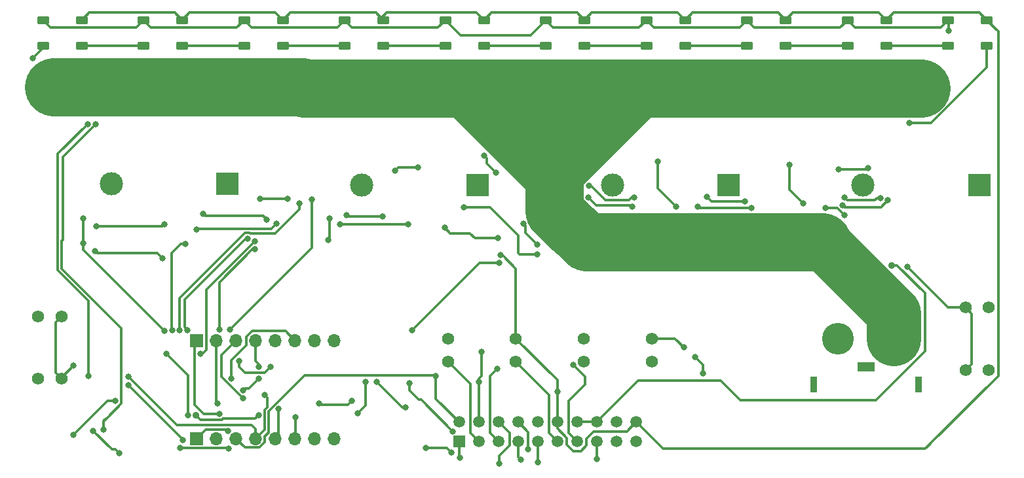
<source format=gbr>
%TF.GenerationSoftware,KiCad,Pcbnew,8.0.3*%
%TF.CreationDate,2025-06-04T12:00:17-07:00*%
%TF.ProjectId,Power_Distribution,506f7765-725f-4446-9973-747269627574,rev?*%
%TF.SameCoordinates,Original*%
%TF.FileFunction,Copper,L2,Bot*%
%TF.FilePolarity,Positive*%
%FSLAX46Y46*%
G04 Gerber Fmt 4.6, Leading zero omitted, Abs format (unit mm)*
G04 Created by KiCad (PCBNEW 8.0.3) date 2025-06-04 12:00:17*
%MOMM*%
%LPD*%
G01*
G04 APERTURE LIST*
G04 Aperture macros list*
%AMRoundRect*
0 Rectangle with rounded corners*
0 $1 Rounding radius*
0 $2 $3 $4 $5 $6 $7 $8 $9 X,Y pos of 4 corners*
0 Add a 4 corners polygon primitive as box body*
4,1,4,$2,$3,$4,$5,$6,$7,$8,$9,$2,$3,0*
0 Add four circle primitives for the rounded corners*
1,1,$1+$1,$2,$3*
1,1,$1+$1,$4,$5*
1,1,$1+$1,$6,$7*
1,1,$1+$1,$8,$9*
0 Add four rect primitives between the rounded corners*
20,1,$1+$1,$2,$3,$4,$5,0*
20,1,$1+$1,$4,$5,$6,$7,0*
20,1,$1+$1,$6,$7,$8,$9,0*
20,1,$1+$1,$8,$9,$2,$3,0*%
G04 Aperture macros list end*
%TA.AperFunction,ComponentPad*%
%ADD10R,0.900000X2.000000*%
%TD*%
%TA.AperFunction,ComponentPad*%
%ADD11RoundRect,1.025000X1.025000X1.025000X-1.025000X1.025000X-1.025000X-1.025000X1.025000X-1.025000X0*%
%TD*%
%TA.AperFunction,ComponentPad*%
%ADD12C,4.100000*%
%TD*%
%TA.AperFunction,ComponentPad*%
%ADD13R,2.300000X1.300000*%
%TD*%
%TA.AperFunction,ComponentPad*%
%ADD14R,3.000000X3.000000*%
%TD*%
%TA.AperFunction,ComponentPad*%
%ADD15C,3.000000*%
%TD*%
%TA.AperFunction,ComponentPad*%
%ADD16R,1.508000X1.508000*%
%TD*%
%TA.AperFunction,ComponentPad*%
%ADD17C,1.508000*%
%TD*%
%TA.AperFunction,ComponentPad*%
%ADD18C,1.574800*%
%TD*%
%TA.AperFunction,ComponentPad*%
%ADD19R,1.700000X1.700000*%
%TD*%
%TA.AperFunction,ComponentPad*%
%ADD20O,1.700000X1.700000*%
%TD*%
%TA.AperFunction,SMDPad,CuDef*%
%ADD21RoundRect,0.250000X0.550000X0.250000X-0.550000X0.250000X-0.550000X-0.250000X0.550000X-0.250000X0*%
%TD*%
%TA.AperFunction,ViaPad*%
%ADD22C,0.800000*%
%TD*%
%TA.AperFunction,ViaPad*%
%ADD23C,0.900000*%
%TD*%
%TA.AperFunction,Conductor*%
%ADD24C,0.304800*%
%TD*%
%TA.AperFunction,Conductor*%
%ADD25C,7.500000*%
%TD*%
%TA.AperFunction,Conductor*%
%ADD26C,7.000000*%
%TD*%
G04 APERTURE END LIST*
D10*
%TO.P,J4,*%
%TO.N,*%
X198520000Y-101380000D03*
X185020000Y-101380000D03*
D11*
%TO.P,J4,1,Pin_1*%
%TO.N,-BATT*%
X195370000Y-95380000D03*
D12*
%TO.P,J4,2,Pin_2*%
%TO.N,+BATT*%
X188170000Y-95380000D03*
D13*
%TO.P,J4,3*%
%TO.N,N/C*%
X191770000Y-99030000D03*
%TD*%
D14*
%TO.P,J6,1,1*%
%TO.N,PWR1*%
X206396000Y-75492000D03*
D15*
%TO.P,J6,2,2*%
%TO.N,-BATT*%
X198896000Y-62992000D03*
%TO.P,J6,3,3*%
%TO.N,PWR2*%
X191396000Y-75492000D03*
%TO.P,J6,4,4*%
%TO.N,-BATT*%
X183896000Y-62992000D03*
%TD*%
D16*
%TO.P,J18,1,1*%
%TO.N,PWM0*%
X139190000Y-108750000D03*
D17*
%TO.P,J18,2,2*%
%TO.N,SCL*%
X139190000Y-106210000D03*
%TO.P,J18,3,3*%
%TO.N,PWM1*%
X141730000Y-108750000D03*
%TO.P,J18,4,4*%
%TO.N,SDA*%
X141730000Y-106210000D03*
%TO.P,J18,5,5*%
%TO.N,PWM2*%
X144270000Y-108750000D03*
%TO.P,J18,6,6*%
%TO.N,toNEO_CTRL_MOOD*%
X144270000Y-106210000D03*
%TO.P,J18,7,7*%
%TO.N,PWM3*%
X146810000Y-108750000D03*
%TO.P,J18,8,8*%
%TO.N,outNEO_CTRL_MOOD*%
X146810000Y-106210000D03*
%TO.P,J18,9,9*%
%TO.N,PWM4*%
X149350000Y-108750000D03*
%TO.P,J18,10,10*%
%TO.N,unconnected-(J18-Pad10)*%
X149350000Y-106210000D03*
%TO.P,J18,11,11*%
%TO.N,PWM5*%
X151890000Y-108750000D03*
%TO.P,J18,12,12*%
%TO.N,GND*%
X151890000Y-106210000D03*
%TO.P,J18,13,13*%
%TO.N,PWM6*%
X154430000Y-108750000D03*
%TO.P,J18,14,14*%
%TO.N,5V*%
X154430000Y-106210000D03*
%TO.P,J18,15,15*%
%TO.N,PWM7*%
X156970000Y-108750000D03*
%TO.P,J18,16,16*%
%TO.N,5V*%
X156970000Y-106210000D03*
%TO.P,J18,17,17*%
%TO.N,unconnected-(J18-Pad17)*%
X159510000Y-108750000D03*
%TO.P,J18,18,18*%
%TO.N,+3.3V*%
X159510000Y-106210000D03*
%TO.P,J18,19,19*%
%TO.N,unconnected-(J18-Pad19)*%
X162050000Y-108750000D03*
%TO.P,J18,20,20*%
%TO.N,GND*%
X162050000Y-106210000D03*
%TD*%
D18*
%TO.P,J15,1,1*%
%TO.N,PWM6*%
X164060000Y-98389999D03*
%TO.P,J15,2,2*%
%TO.N,GND*%
X164060000Y-95390000D03*
%TD*%
%TO.P,J10,1,1*%
%TO.N,PWM0*%
X84800000Y-92550000D03*
%TO.P,J10,2,2*%
%TO.N,GND*%
X87799999Y-92550000D03*
%TD*%
D14*
%TO.P,J2,1,1*%
%TO.N,PWR5*%
X141612000Y-75492000D03*
D15*
%TO.P,J2,2,2*%
%TO.N,-BATT*%
X134112000Y-62992000D03*
%TO.P,J2,3,3*%
%TO.N,PWR6*%
X126612000Y-75492000D03*
%TO.P,J2,4,4*%
%TO.N,-BATT*%
X119112000Y-62992000D03*
%TD*%
D18*
%TO.P,J17,1,1*%
%TO.N,PWM7*%
X207619999Y-91380000D03*
%TO.P,J17,2,2*%
%TO.N,GND*%
X204620000Y-91380000D03*
%TD*%
%TO.P,J16,1,1*%
%TO.N,PWM3*%
X207619999Y-99510000D03*
%TO.P,J16,2,2*%
%TO.N,GND*%
X204620000Y-99510000D03*
%TD*%
D19*
%TO.P,J9,1,Pin_1*%
%TO.N,VIout8Div*%
X105290000Y-95632000D03*
D20*
%TO.P,J9,2,Pin_2*%
%TO.N,VIout7Div*%
X107830000Y-95632000D03*
%TO.P,J9,3,Pin_3*%
%TO.N,VIout6Div*%
X110370000Y-95632000D03*
%TO.P,J9,4,Pin_4*%
%TO.N,VIout5Div*%
X112910000Y-95632000D03*
%TO.P,J9,5,Pin_5*%
%TO.N,VIout4Div*%
X115450000Y-95632000D03*
%TO.P,J9,6,Pin_6*%
%TO.N,VIout3Div*%
X117990000Y-95632000D03*
%TO.P,J9,7,Pin_7*%
%TO.N,VIout2Div*%
X120530000Y-95632000D03*
%TO.P,J9,8,Pin_8*%
%TO.N,VIout1Div*%
X123070000Y-95632000D03*
%TD*%
D18*
%TO.P,J14,1,1*%
%TO.N,PWM2*%
X155284400Y-98399999D03*
%TO.P,J14,2,2*%
%TO.N,GND*%
X155284400Y-95400000D03*
%TD*%
D14*
%TO.P,J1,1,1*%
%TO.N,PWR3*%
X173985600Y-75492000D03*
D15*
%TO.P,J1,2,2*%
%TO.N,-BATT*%
X166485600Y-62992000D03*
%TO.P,J1,3,3*%
%TO.N,PWR4*%
X158985600Y-75492000D03*
%TO.P,J1,4,4*%
%TO.N,-BATT*%
X151485600Y-62992000D03*
%TD*%
D18*
%TO.P,J11,1,1*%
%TO.N,PWM4*%
X84800000Y-100590000D03*
%TO.P,J11,2,2*%
%TO.N,GND*%
X87799999Y-100590000D03*
%TD*%
%TO.P,J13,1,1*%
%TO.N,PWM5*%
X146508800Y-98399999D03*
%TO.P,J13,2,2*%
%TO.N,GND*%
X146508800Y-95400000D03*
%TD*%
%TO.P,J12,1,1*%
%TO.N,PWM1*%
X137733200Y-98399999D03*
%TO.P,J12,2,2*%
%TO.N,GND*%
X137733200Y-95400000D03*
%TD*%
D14*
%TO.P,J7,1,1*%
%TO.N,PWR7*%
X109252400Y-75339600D03*
D15*
%TO.P,J7,2,2*%
%TO.N,-BATT*%
X101752400Y-62839600D03*
%TO.P,J7,3,3*%
%TO.N,PWR8*%
X94252400Y-75339600D03*
%TO.P,J7,4,4*%
%TO.N,-BATT*%
X86752400Y-62839600D03*
%TD*%
D19*
%TO.P,J3,1,Pin_1*%
%TO.N,Net-(J3-Pin_1)*%
X105290000Y-108332000D03*
D20*
%TO.P,J3,2,Pin_2*%
%TO.N,GND*%
X107830000Y-108332000D03*
%TO.P,J3,3,Pin_3*%
%TO.N,SCL*%
X110370000Y-108332000D03*
%TO.P,J3,4,Pin_4*%
%TO.N,SDA*%
X112910000Y-108332000D03*
%TO.P,J3,5,Pin_5*%
%TO.N,REF*%
X115450000Y-108332000D03*
%TO.P,J3,6,Pin_6*%
%TO.N,COM*%
X117990000Y-108332000D03*
%TO.P,J3,7,Pin_7*%
%TO.N,AD0*%
X120530000Y-108332000D03*
%TO.P,J3,8,Pin_8*%
%TO.N,AD1*%
X123070000Y-108332000D03*
%TD*%
D21*
%TO.P,LED8,1,VSS*%
%TO.N,GND*%
X142391112Y-54150000D03*
%TO.P,LED8,2,DIN*%
%TO.N,Net-(LED7-DOUT)*%
X142391112Y-57450000D03*
%TO.P,LED8,3,VDD*%
%TO.N,5V*%
X137391112Y-54150000D03*
%TO.P,LED8,4,DOUT*%
%TO.N,NEO_PASS2*%
X137391112Y-57450000D03*
%TD*%
%TO.P,LED9,1,VSS*%
%TO.N,GND*%
X129394724Y-54150000D03*
%TO.P,LED9,2,DIN*%
%TO.N,NEO_PASS2*%
X129394724Y-57450000D03*
%TO.P,LED9,3,VDD*%
%TO.N,5V*%
X124394724Y-54150000D03*
%TO.P,LED9,4,DOUT*%
%TO.N,Net-(LED10-DIN)*%
X124394724Y-57450000D03*
%TD*%
%TO.P,LED3,1,VSS*%
%TO.N,GND*%
X207373052Y-54150000D03*
%TO.P,LED3,2,DIN*%
%TO.N,Net-(LED2-DOUT)*%
X207373052Y-57450000D03*
%TO.P,LED3,3,VDD*%
%TO.N,5V*%
X202373052Y-54150000D03*
%TO.P,LED3,4,DOUT*%
%TO.N,Net-(LED3-DOUT)*%
X202373052Y-57450000D03*
%TD*%
%TO.P,LED4,1,VSS*%
%TO.N,GND*%
X194376664Y-54150000D03*
%TO.P,LED4,2,DIN*%
%TO.N,Net-(LED3-DOUT)*%
X194376664Y-57450000D03*
%TO.P,LED4,3,VDD*%
%TO.N,5V*%
X189376664Y-54150000D03*
%TO.P,LED4,4,DOUT*%
%TO.N,NEO_PASS1*%
X189376664Y-57450000D03*
%TD*%
%TO.P,LED6,1,VSS*%
%TO.N,GND*%
X168383888Y-54150000D03*
%TO.P,LED6,2,DIN*%
%TO.N,Net-(LED5-DOUT)*%
X168383888Y-57450000D03*
%TO.P,LED6,3,VDD*%
%TO.N,5V*%
X163383888Y-54150000D03*
%TO.P,LED6,4,DOUT*%
%TO.N,Net-(LED6-DOUT)*%
X163383888Y-57450000D03*
%TD*%
%TO.P,LED5,1,VSS*%
%TO.N,GND*%
X181380276Y-54150000D03*
%TO.P,LED5,2,DIN*%
%TO.N,NEO_PASS1*%
X181380276Y-57450000D03*
%TO.P,LED5,3,VDD*%
%TO.N,5V*%
X176380276Y-54150000D03*
%TO.P,LED5,4,DOUT*%
%TO.N,Net-(LED5-DOUT)*%
X176380276Y-57450000D03*
%TD*%
%TO.P,LED11,1,VSS*%
%TO.N,GND*%
X103401948Y-54150000D03*
%TO.P,LED11,2,DIN*%
%TO.N,Net-(LED10-DOUT)*%
X103401948Y-57450000D03*
%TO.P,LED11,3,VDD*%
%TO.N,5V*%
X98401948Y-54150000D03*
%TO.P,LED11,4,DOUT*%
%TO.N,Net-(LED11-DOUT)*%
X98401948Y-57450000D03*
%TD*%
%TO.P,LED12,1,VSS*%
%TO.N,GND*%
X90405552Y-54150000D03*
%TO.P,LED12,2,DIN*%
%TO.N,Net-(LED11-DOUT)*%
X90405552Y-57450000D03*
%TO.P,LED12,3,VDD*%
%TO.N,5V*%
X85405552Y-54150000D03*
%TO.P,LED12,4,DOUT*%
%TO.N,outNEO_CTRL_MOOD*%
X85405552Y-57450000D03*
%TD*%
%TO.P,LED10,1,VSS*%
%TO.N,GND*%
X116398336Y-54150000D03*
%TO.P,LED10,2,DIN*%
%TO.N,Net-(LED10-DIN)*%
X116398336Y-57450000D03*
%TO.P,LED10,3,VDD*%
%TO.N,5V*%
X111398336Y-54150000D03*
%TO.P,LED10,4,DOUT*%
%TO.N,Net-(LED10-DOUT)*%
X111398336Y-57450000D03*
%TD*%
%TO.P,LED7,1,VSS*%
%TO.N,GND*%
X155387500Y-54150000D03*
%TO.P,LED7,2,DIN*%
%TO.N,Net-(LED6-DOUT)*%
X155387500Y-57450000D03*
%TO.P,LED7,3,VDD*%
%TO.N,5V*%
X150387500Y-54150000D03*
%TO.P,LED7,4,DOUT*%
%TO.N,Net-(LED7-DOUT)*%
X150387500Y-57450000D03*
%TD*%
D22*
%TO.N,GND*%
X169672000Y-97790000D03*
%TO.N,Net-(LED2-DOUT)*%
X93218000Y-107188000D03*
%TO.N,VIout8*%
X90594000Y-83058000D03*
%TO.N,GND*%
X197104000Y-86106000D03*
%TO.N,5V*%
X149248000Y-84521188D03*
%TO.N,VIout6*%
X122269010Y-82650398D03*
%TO.N,GND*%
X115570000Y-80518000D03*
%TO.N,VIout8Div*%
X108204000Y-105156000D03*
%TO.N,VIout4*%
X142420000Y-71734400D03*
%TO.N,VIout3*%
X112802043Y-83856538D03*
%TO.N,VIout5*%
X111822541Y-82457594D03*
%TO.N,VIout1Div*%
X110744000Y-98298000D03*
%TO.N,GND*%
X168230000Y-96520000D03*
X132588000Y-80619600D03*
X188767018Y-78182542D03*
X105218600Y-81276111D03*
X104143470Y-105305012D03*
X155873740Y-77121997D03*
X176977200Y-78497200D03*
X123802800Y-80578167D03*
X161515600Y-78296545D03*
X151890000Y-102280000D03*
X101070500Y-80568800D03*
X144510401Y-84557258D03*
X94780000Y-103480000D03*
X89360000Y-98900000D03*
X170006800Y-78328190D03*
X170720000Y-99917300D03*
X92334823Y-80830000D03*
X101356800Y-97372912D03*
X144160000Y-82390000D03*
X194606842Y-77481444D03*
X89300000Y-107880000D03*
X137305515Y-81039872D03*
%TO.N,5V*%
X138362100Y-107400567D03*
X114339633Y-80014633D03*
X129275000Y-79600000D03*
X95295964Y-110268000D03*
X161820000Y-77110000D03*
X91911132Y-107321132D03*
X106066146Y-79271341D03*
X188990365Y-77122626D03*
X193650000Y-77180000D03*
X139780000Y-78360000D03*
D23*
X195047404Y-85903266D03*
D22*
X155984400Y-75570034D03*
X171206565Y-77014831D03*
X202450000Y-55560000D03*
X92170000Y-84100000D03*
X132740000Y-101150000D03*
X100881000Y-85039200D03*
X124660000Y-79440000D03*
X176120000Y-77610000D03*
%TO.N,VIout1*%
X133110000Y-94310000D03*
X192010000Y-73360000D03*
X144360000Y-85560000D03*
X188210000Y-73460000D03*
%TO.N,VIout2*%
X186520000Y-78490000D03*
X120140000Y-77380000D03*
X183670000Y-77930000D03*
X133900000Y-73245600D03*
X181845027Y-72910896D03*
X130930000Y-73650400D03*
X189010000Y-79420000D03*
X109560000Y-94250000D03*
%TO.N,VIout3*%
X108190627Y-94227558D03*
X167250000Y-78350000D03*
X164820000Y-72434400D03*
%TO.N,VIout4*%
X147463873Y-80504331D03*
X105719818Y-97327406D03*
X112750000Y-82840000D03*
X143979431Y-73932400D03*
X149255905Y-83244957D03*
%TO.N,VIout5*%
X117017133Y-77337133D03*
X113430000Y-77310000D03*
X104087072Y-94282302D03*
%TO.N,VIout6*%
X103084871Y-94327124D03*
X118540262Y-77925262D03*
X122400000Y-79825000D03*
%TO.N,VIout7*%
X103772400Y-83108800D03*
X102081700Y-94335124D03*
%TO.N,VIout8*%
X90600000Y-79800000D03*
X101080000Y-94390000D03*
%TO.N,SDA*%
X114086672Y-102675600D03*
X96480000Y-100340000D03*
X141730000Y-101020000D03*
X142080000Y-97080000D03*
%TO.N,COM*%
X118040000Y-105550000D03*
%TO.N,SCL*%
X96460000Y-101450000D03*
X136168312Y-100238800D03*
X103490000Y-108550000D03*
%TO.N,REF*%
X115845600Y-104513697D03*
%TO.N,PWM0*%
X139302040Y-110860400D03*
%TO.N,PWM4*%
X149390000Y-111440000D03*
%TO.N,PWM2*%
X144141043Y-99288999D03*
%TO.N,PWM6*%
X153942684Y-98794420D03*
%TO.N,PWM3*%
X147175586Y-111077895D03*
%TO.N,PWM7*%
X156980000Y-110990000D03*
%TO.N,+3.3V*%
X121125000Y-103825000D03*
D23*
X105196568Y-105319860D03*
D22*
X113252418Y-105294476D03*
X132260000Y-104325600D03*
X128500000Y-101020000D03*
X125311800Y-103431704D03*
%TO.N,Net-(J3-Pin_1)*%
X127080000Y-101020000D03*
X126040000Y-105090000D03*
X109275223Y-107368800D03*
%TO.N,VIout5Div*%
X113284000Y-100584000D03*
X111278290Y-102081710D03*
X113284000Y-99060000D03*
%TO.N,Net-(LED2-DOUT)*%
X197333052Y-67490000D03*
X92220000Y-67650000D03*
%TO.N,VIout7Div*%
X107968302Y-103766000D03*
%TO.N,VIout6Div*%
X111252000Y-103124000D03*
%TO.N,VIout1Div*%
X114808000Y-99060000D03*
%TO.N,VIout3Div*%
X109762890Y-100566310D03*
%TO.N,outNEO_CTRL_MOOD*%
X91240000Y-100250000D03*
X109435287Y-109647819D03*
X91192473Y-67608947D03*
X103120000Y-109530000D03*
X134924400Y-109534400D03*
X148110000Y-109720000D03*
X138210000Y-110180000D03*
X84080000Y-59070000D03*
%TO.N,toNEO_CTRL_MOOD*%
X144357360Y-111577815D03*
%TD*%
D24*
%TO.N,GND*%
X170720000Y-99917300D02*
X170720000Y-98838000D01*
X170720000Y-98838000D02*
X169672000Y-97790000D01*
%TO.N,Net-(LED2-DOUT)*%
X93695290Y-105633290D02*
X93218000Y-106110580D01*
X93695290Y-105633290D02*
X95555200Y-103773380D01*
X93376280Y-105952300D02*
X93695290Y-105633290D01*
X93218000Y-106110580D02*
X93218000Y-107188000D01*
%TO.N,VIout8*%
X90594000Y-83058000D02*
X90594000Y-81035200D01*
X90594000Y-83904000D02*
X90594000Y-83058000D01*
X101080000Y-94390000D02*
X90594000Y-83904000D01*
X90594000Y-81035200D02*
X90600000Y-81029200D01*
%TO.N,VIout4*%
X149255905Y-83244957D02*
X147750000Y-81739052D01*
D25*
%TO.N,-BATT*%
X151520540Y-78925152D02*
X154070585Y-81475197D01*
X151485600Y-78752908D02*
X151520540Y-78787848D01*
D24*
%TO.N,GND*%
X156905743Y-78154000D02*
X155873740Y-77121997D01*
%TO.N,VIout4*%
X147750000Y-80790458D02*
X147463873Y-80504331D01*
D25*
%TO.N,-BATT*%
X154070585Y-81475197D02*
X154207889Y-81475197D01*
X151520540Y-78787848D02*
X151520540Y-78925152D01*
D24*
%TO.N,GND*%
X161373055Y-78154000D02*
X156905743Y-78154000D01*
D25*
%TO.N,-BATT*%
X151485600Y-75284536D02*
X151485600Y-78752908D01*
D24*
%TO.N,GND*%
X161515600Y-78296545D02*
X161373055Y-78154000D01*
D25*
%TO.N,-BATT*%
X155612692Y-82880000D02*
X186102436Y-82880000D01*
D24*
%TO.N,VIout4*%
X147750000Y-81739052D02*
X147750000Y-80790458D01*
D25*
%TO.N,-BATT*%
X154207889Y-81475197D02*
X155612692Y-82880000D01*
D24*
%TO.N,GND*%
X202378000Y-91380000D02*
X204620000Y-91380000D01*
X197104000Y-86106000D02*
X202378000Y-91380000D01*
%TO.N,5V*%
X146812000Y-84328000D02*
X147005188Y-84521188D01*
X147005188Y-84521188D02*
X149248000Y-84521188D01*
X143163209Y-78360000D02*
X146812000Y-82008791D01*
X146812000Y-82008791D02*
X146812000Y-84328000D01*
%TO.N,VIout6*%
X122400000Y-79825000D02*
X122400000Y-82519408D01*
X122400000Y-82519408D02*
X122269010Y-82650398D01*
X115377377Y-81779203D02*
X118540262Y-78616318D01*
X112135521Y-81701994D02*
X112212730Y-81779203D01*
X112212730Y-81779203D02*
X115377377Y-81779203D01*
X111509561Y-81701994D02*
X112135521Y-81701994D01*
X118540262Y-78616318D02*
X118540262Y-77925262D01*
X103084871Y-90126684D02*
X111509561Y-81701994D01*
%TO.N,GND*%
X114865200Y-81222800D02*
X115570000Y-80518000D01*
%TO.N,VIout6*%
X103084871Y-94327124D02*
X103084871Y-90126684D01*
%TO.N,GND*%
X112390322Y-81222800D02*
X114865200Y-81222800D01*
%TO.N,outNEO_CTRL_MOOD*%
X87310800Y-86548592D02*
X87310800Y-71490620D01*
X91240000Y-90477792D02*
X87310800Y-86548592D01*
%TO.N,Net-(LED2-DOUT)*%
X87965200Y-82595420D02*
X87965200Y-71904800D01*
X95555200Y-103773380D02*
X95555200Y-94079096D01*
%TO.N,outNEO_CTRL_MOOD*%
X87310800Y-71490620D02*
X91192473Y-67608947D01*
X91240000Y-100250000D02*
X91240000Y-90477792D01*
%TO.N,Net-(LED2-DOUT)*%
X87815600Y-86339496D02*
X87815600Y-82745020D01*
X87965200Y-71904800D02*
X92220000Y-67650000D01*
X93279964Y-105952300D02*
X93376280Y-105952300D01*
X95555200Y-94079096D02*
X87815600Y-86339496D01*
X87815600Y-82745020D02*
X87965200Y-82595420D01*
%TO.N,5V*%
X91911132Y-107321132D02*
X94330000Y-109740000D01*
X94767964Y-109740000D02*
X95295964Y-110268000D01*
X94330000Y-109740000D02*
X94767964Y-109740000D01*
%TO.N,GND*%
X104184026Y-105264456D02*
X104143470Y-105305012D01*
%TO.N,+3.3V*%
X105788308Y-105911600D02*
X105196568Y-105319860D01*
%TO.N,VIout8Div*%
X108204000Y-105156000D02*
X106172000Y-105156000D01*
%TO.N,GND*%
X104184026Y-100200138D02*
X104184026Y-105264456D01*
%TO.N,+3.3V*%
X112794494Y-105752400D02*
X108676180Y-105752400D01*
X108516980Y-105911600D02*
X105788308Y-105911600D01*
%TO.N,GND*%
X101356800Y-97372912D02*
X104184026Y-100200138D01*
%TO.N,+3.3V*%
X108676180Y-105752400D02*
X108516980Y-105911600D01*
%TO.N,VIout8Div*%
X106172000Y-105156000D02*
X104964218Y-103948218D01*
%TO.N,+3.3V*%
X113252418Y-105294476D02*
X112794494Y-105752400D01*
%TO.N,VIout8Div*%
X104964218Y-103948218D02*
X104964218Y-95957782D01*
%TO.N,VIout3*%
X112447358Y-83856538D02*
X112802043Y-83856538D01*
%TO.N,GND*%
X112376719Y-81209197D02*
X112390322Y-81222800D01*
X112356619Y-81209197D02*
X112376719Y-81209197D01*
X105297517Y-81197194D02*
X112344617Y-81197194D01*
X105218600Y-81276111D02*
X105297517Y-81197194D01*
%TO.N,VIout5*%
X111608092Y-82457594D02*
X111822541Y-82457594D01*
%TO.N,GND*%
X112344617Y-81197194D02*
X112356619Y-81209197D01*
%TO.N,VIout5*%
X103740000Y-93935230D02*
X103740000Y-90325686D01*
%TO.N,VIout4*%
X106492400Y-96834400D02*
X106492400Y-89097600D01*
%TO.N,VIout2*%
X133900000Y-73245600D02*
X131334800Y-73245600D01*
%TO.N,VIout3*%
X164820000Y-75920000D02*
X164820000Y-72434400D01*
%TO.N,VIout2*%
X181850000Y-76110000D02*
X181850000Y-72915869D01*
X183670000Y-77930000D02*
X181850000Y-76110000D01*
X131334800Y-73245600D02*
X130930000Y-73650400D01*
%TO.N,VIout4*%
X142420000Y-71734400D02*
X142740000Y-72054400D01*
X112750000Y-82840000D02*
X106492400Y-89097600D01*
X142740000Y-72054400D02*
X142740000Y-72692969D01*
%TO.N,5V*%
X113850000Y-79525000D02*
X114339633Y-80014633D01*
%TO.N,VIout4*%
X142740000Y-72692969D02*
X143979431Y-73932400D01*
%TO.N,VIout3*%
X108190627Y-94227558D02*
X108190627Y-88113269D01*
X108190627Y-88113269D02*
X112447358Y-83856538D01*
%TO.N,VIout5*%
X113430000Y-77310000D02*
X116300000Y-77310000D01*
X116300000Y-77310000D02*
X116327133Y-77337133D01*
%TO.N,VIout4*%
X105999394Y-97327406D02*
X105719818Y-97327406D01*
%TO.N,VIout5*%
X116327133Y-77337133D02*
X117017133Y-77337133D01*
%TO.N,VIout3*%
X167250000Y-78350000D02*
X164820000Y-75920000D01*
%TO.N,5V*%
X106066146Y-79271341D02*
X106319805Y-79525000D01*
X106319805Y-79525000D02*
X113850000Y-79525000D01*
%TO.N,VIout2*%
X181850000Y-72915869D02*
X181845027Y-72910896D01*
%TO.N,VIout4*%
X106492400Y-96834400D02*
X105999394Y-97327406D01*
%TO.N,VIout3Div*%
X109762890Y-98210530D02*
X109762890Y-100566310D01*
X111707600Y-95133949D02*
X111707600Y-96265820D01*
X112411949Y-94429600D02*
X111707600Y-95133949D01*
X116787600Y-94429600D02*
X112411949Y-94429600D01*
X117990000Y-95632000D02*
X116787600Y-94429600D01*
%TO.N,VIout6Div*%
X108473102Y-100345102D02*
X108473102Y-97528898D01*
%TO.N,VIout5Div*%
X111506000Y-101854000D02*
X111278290Y-102081710D01*
%TO.N,VIout6Div*%
X111252000Y-103124000D02*
X108473102Y-100345102D01*
%TO.N,VIout5Div*%
X112014000Y-101854000D02*
X111506000Y-101854000D01*
%TO.N,VIout3Div*%
X111707600Y-96265820D02*
X109762890Y-98210530D01*
%TO.N,VIout5Div*%
X113284000Y-100584000D02*
X112014000Y-101854000D01*
%TO.N,VIout6Div*%
X108473102Y-97528898D02*
X110370000Y-95632000D01*
%TO.N,VIout7Div*%
X107968302Y-103766000D02*
X107830000Y-103627698D01*
X107830000Y-103627698D02*
X107830000Y-95632000D01*
%TO.N,VIout1Div*%
X114049200Y-99818800D02*
X111506000Y-99818800D01*
X110744000Y-98298000D02*
X110744000Y-99056800D01*
X110744000Y-99056800D02*
X111506000Y-99818800D01*
X114808000Y-99060000D02*
X114049200Y-99818800D01*
%TO.N,GND*%
X153098000Y-109148000D02*
X153098000Y-108249630D01*
X155638000Y-108373630D02*
X155638000Y-109250370D01*
X193422664Y-53196000D02*
X182334276Y-53196000D01*
X169337888Y-53196000D02*
X168383888Y-54150000D01*
X103401948Y-54150000D02*
X102447948Y-53196000D01*
X160842000Y-107418000D02*
X156593630Y-107418000D01*
X146508800Y-95400000D02*
X146508800Y-86346536D01*
X176977200Y-78497200D02*
X170175810Y-78497200D01*
X87012600Y-93337399D02*
X87012600Y-99802601D01*
X151890000Y-100781200D02*
X151890000Y-106210000D01*
X101070500Y-80568800D02*
X100809300Y-80830000D01*
X142391112Y-54150000D02*
X141437112Y-53196000D01*
X195330664Y-53196000D02*
X206419052Y-53196000D01*
X194376664Y-54150000D02*
X193422664Y-53196000D01*
X132588000Y-80619600D02*
X123844233Y-80619600D01*
X208880000Y-100220000D02*
X208880000Y-55656948D01*
X102447948Y-53196000D02*
X91359552Y-53196000D01*
X143345112Y-53196000D02*
X142391112Y-54150000D01*
X154433500Y-53196000D02*
X143345112Y-53196000D01*
X193708286Y-78380000D02*
X188964476Y-78380000D01*
X205407399Y-92167399D02*
X205407399Y-98722601D01*
X200286000Y-108814000D02*
X208880000Y-100220000D01*
X141437112Y-53196000D02*
X129794000Y-53196000D01*
X117352336Y-53196000D02*
X116398336Y-54150000D01*
X151890000Y-107041630D02*
X151890000Y-106210000D01*
X129794000Y-53196000D02*
X128840000Y-54150000D01*
X100809300Y-80830000D02*
X92334823Y-80830000D01*
X180426276Y-53196000D02*
X169337888Y-53196000D01*
X167100000Y-95390000D02*
X164060000Y-95390000D01*
X153098000Y-108249630D02*
X151890000Y-107041630D01*
X204620000Y-91380000D02*
X205407399Y-92167399D01*
X168383888Y-54150000D02*
X167429888Y-53196000D01*
X208880000Y-55656948D02*
X207373052Y-54150000D01*
X123844233Y-80619600D02*
X123802800Y-80578167D01*
X144655943Y-84702800D02*
X144510401Y-84557258D01*
X140580000Y-81750000D02*
X138015643Y-81750000D01*
X200286000Y-108814000D02*
X199631800Y-109468200D01*
X155387500Y-54150000D02*
X154433500Y-53196000D01*
X162050000Y-106210000D02*
X165500700Y-109660700D01*
X128440724Y-53196000D02*
X117352336Y-53196000D01*
X87799999Y-92550000D02*
X87012600Y-93337399D01*
X138015643Y-81750000D02*
X137305515Y-81039872D01*
X168230000Y-96520000D02*
X167100000Y-95390000D01*
X93700000Y-103480000D02*
X94780000Y-103480000D01*
X129394724Y-54150000D02*
X128440724Y-53196000D01*
X194376664Y-54150000D02*
X195330664Y-53196000D01*
X165500700Y-109660700D02*
X199439300Y-109660700D01*
X144865064Y-84702800D02*
X144655943Y-84702800D01*
X104355948Y-53196000D02*
X103401948Y-54150000D01*
X194606842Y-77481444D02*
X193708286Y-78380000D01*
X156593630Y-107418000D02*
X155638000Y-108373630D01*
X115444336Y-53196000D02*
X104355948Y-53196000D01*
X167429888Y-53196000D02*
X156341500Y-53196000D01*
X89300000Y-107880000D02*
X93700000Y-103480000D01*
X146508800Y-86346536D02*
X144865064Y-84702800D01*
X154930370Y-109958000D02*
X153908000Y-109958000D01*
X87799999Y-100460001D02*
X89360000Y-98900000D01*
X199439300Y-109660700D02*
X208880000Y-100220000D01*
X87012600Y-99802601D02*
X87799999Y-100590000D01*
X181380276Y-54150000D02*
X180426276Y-53196000D01*
X206419052Y-53196000D02*
X207373052Y-54150000D01*
X91359552Y-53196000D02*
X90405552Y-54150000D01*
X182334276Y-53196000D02*
X181380276Y-54150000D01*
X155638000Y-109250370D02*
X154930370Y-109958000D01*
X144160000Y-82390000D02*
X141220000Y-82390000D01*
X188964476Y-78380000D02*
X188767018Y-78182542D01*
X205407399Y-98722601D02*
X204620000Y-99510000D01*
X153908000Y-109958000D02*
X153098000Y-109148000D01*
X162050000Y-106210000D02*
X160842000Y-107418000D01*
X116398336Y-54150000D02*
X115444336Y-53196000D01*
X141220000Y-82390000D02*
X140580000Y-81750000D01*
X170175810Y-78497200D02*
X170006800Y-78328190D01*
X146508800Y-95400000D02*
X151890000Y-100781200D01*
X156341500Y-53196000D02*
X155387500Y-54150000D01*
%TO.N,5V*%
X139780000Y-78360000D02*
X143163209Y-78360000D01*
X133920000Y-103290000D02*
X134251533Y-103290000D01*
X172974000Y-100838000D02*
X175514000Y-103378000D01*
X162429888Y-55104000D02*
X151341500Y-55104000D01*
X189376664Y-54150000D02*
X188422664Y-55104000D01*
X92420000Y-84350000D02*
X100191800Y-84350000D01*
X177334276Y-55104000D02*
X176380276Y-54150000D01*
X199390000Y-89533260D02*
X195760006Y-85903266D01*
X193053603Y-103378000D02*
X199390000Y-97041603D01*
X100191800Y-84350000D02*
X100881000Y-85039200D01*
X92170000Y-84100000D02*
X92420000Y-84350000D01*
X193180000Y-77180000D02*
X192914000Y-77446000D01*
X161461197Y-77110000D02*
X161125197Y-77446000D01*
X156240034Y-75570034D02*
X155984400Y-75570034D01*
X162342000Y-100838000D02*
X172974000Y-100838000D01*
X86359552Y-55104000D02*
X85405552Y-54150000D01*
X158116000Y-77446000D02*
X156240034Y-75570034D01*
X176120000Y-77610000D02*
X171801734Y-77610000D01*
X189313739Y-77446000D02*
X188990365Y-77122626D01*
X192914000Y-77446000D02*
X189313739Y-77446000D01*
X201419052Y-55104000D02*
X190330664Y-55104000D01*
X190330664Y-55104000D02*
X189376664Y-54150000D01*
X98401948Y-54150000D02*
X97447948Y-55104000D01*
X111398336Y-54150000D02*
X110444336Y-55104000D01*
X202373052Y-54150000D02*
X201419052Y-55104000D01*
X125348724Y-55104000D02*
X124394724Y-54150000D01*
X97447948Y-55104000D02*
X86359552Y-55104000D01*
X129275000Y-79600000D02*
X124820000Y-79600000D01*
X195760006Y-85903266D02*
X195047404Y-85903266D01*
X112352336Y-55104000D02*
X111398336Y-54150000D01*
X148390300Y-56147200D02*
X139388312Y-56147200D01*
X124820000Y-79600000D02*
X124660000Y-79440000D01*
X188422664Y-55104000D02*
X177334276Y-55104000D01*
X150387500Y-54150000D02*
X148390300Y-56147200D01*
X124394724Y-54150000D02*
X123440724Y-55104000D01*
X164337888Y-55104000D02*
X163383888Y-54150000D01*
X163383888Y-54150000D02*
X162429888Y-55104000D01*
X199390000Y-97041603D02*
X199390000Y-89533260D01*
X136437112Y-55104000D02*
X125348724Y-55104000D01*
X154430000Y-106210000D02*
X156970000Y-106210000D01*
X139388312Y-56147200D02*
X137391112Y-54150000D01*
X132740000Y-102110000D02*
X133920000Y-103290000D01*
X99355948Y-55104000D02*
X98401948Y-54150000D01*
X156970000Y-106210000D02*
X162342000Y-100838000D01*
X171801734Y-77610000D02*
X171206565Y-77014831D01*
X161820000Y-77110000D02*
X161461197Y-77110000D01*
X123440724Y-55104000D02*
X112352336Y-55104000D01*
X176380276Y-54150000D02*
X175426276Y-55104000D01*
X134251533Y-103290000D02*
X138362100Y-107400567D01*
X151341500Y-55104000D02*
X150387500Y-54150000D01*
X193650000Y-77180000D02*
X193180000Y-77180000D01*
X137391112Y-54150000D02*
X136437112Y-55104000D01*
X132740000Y-101150000D02*
X132740000Y-102110000D01*
X110444336Y-55104000D02*
X99355948Y-55104000D01*
X202450000Y-55560000D02*
X202450000Y-54226948D01*
X175514000Y-103378000D02*
X193053603Y-103378000D01*
X161125197Y-77446000D02*
X158116000Y-77446000D01*
X175426276Y-55104000D02*
X164337888Y-55104000D01*
%TO.N,VIout1*%
X141860000Y-85560000D02*
X144360000Y-85560000D01*
X188210000Y-73460000D02*
X191910000Y-73460000D01*
X133110000Y-94310000D02*
X141860000Y-85560000D01*
X191910000Y-73460000D02*
X192010000Y-73360000D01*
%TO.N,VIout2*%
X109560000Y-94250000D02*
X120140000Y-83670000D01*
X188080000Y-78490000D02*
X189010000Y-79420000D01*
X186520000Y-78490000D02*
X188080000Y-78490000D01*
X120140000Y-83670000D02*
X120140000Y-77380000D01*
%TO.N,VIout5*%
X103740000Y-90325686D02*
X111608092Y-82457594D01*
X104087072Y-94282302D02*
X103740000Y-93935230D01*
%TO.N,VIout7*%
X102011900Y-94265324D02*
X102081700Y-94335124D01*
X102011900Y-84319300D02*
X102011900Y-94265324D01*
X103222400Y-83108800D02*
X102011900Y-84319300D01*
X103772400Y-83108800D02*
X103222400Y-83108800D01*
%TO.N,VIout8*%
X90600000Y-79800000D02*
X90600000Y-81029200D01*
D25*
%TO.N,-BATT*%
X151485600Y-74465600D02*
X151485600Y-75284536D01*
D26*
X195370000Y-95380000D02*
X195370000Y-92147564D01*
D25*
X151485600Y-73152000D02*
X151216000Y-73421600D01*
X119112000Y-62992000D02*
X140012000Y-62992000D01*
X162406079Y-62992000D02*
X183896000Y-62992000D01*
X183896000Y-62992000D02*
X166485600Y-62992000D01*
X166485600Y-62992000D02*
X151485600Y-62992000D01*
X134112000Y-62992000D02*
X141325600Y-62992000D01*
D26*
X195370000Y-92147564D02*
X186102436Y-82880000D01*
D25*
X151485600Y-75284536D02*
X151485600Y-73912479D01*
X118959600Y-62839600D02*
X119112000Y-62992000D01*
X198896000Y-62992000D02*
X183896000Y-62992000D01*
X119112000Y-62992000D02*
X134112000Y-62992000D01*
X134112000Y-62992000D02*
X151485600Y-62992000D01*
X151485600Y-62992000D02*
X151485600Y-73152000D01*
X101752400Y-62839600D02*
X118959600Y-62839600D01*
X166485600Y-62992000D02*
X161645600Y-62992000D01*
X161645600Y-62992000D02*
X151485600Y-73152000D01*
X140012000Y-62992000D02*
X151485600Y-74465600D01*
X141325600Y-62992000D02*
X151485600Y-73152000D01*
X86752400Y-62839600D02*
X101752400Y-62839600D01*
X151485600Y-73912479D02*
X162406079Y-62992000D01*
D24*
%TO.N,SDA*%
X112910000Y-107129919D02*
X112910000Y-108332000D01*
X142080000Y-100253003D02*
X142080000Y-97080000D01*
X114418000Y-103006928D02*
X114086672Y-102675600D01*
X114086672Y-107155328D02*
X114086672Y-104642885D01*
X112910000Y-108332000D02*
X114086672Y-107155328D01*
X141730000Y-100603003D02*
X142080000Y-100253003D01*
X96480000Y-100340000D02*
X102753200Y-106613200D01*
X141730000Y-106210000D02*
X141730000Y-101020000D01*
X102753200Y-106613200D02*
X112393281Y-106613200D01*
X141730000Y-101020000D02*
X141730000Y-100603003D01*
X112393281Y-106613200D02*
X112910000Y-107129919D01*
X114086672Y-104642885D02*
X114418000Y-104311557D01*
X114418000Y-104311557D02*
X114418000Y-103006928D01*
%TO.N,COM*%
X118040000Y-105550000D02*
X118040000Y-108282000D01*
%TO.N,SCL*%
X113388000Y-109482000D02*
X111520000Y-109482000D01*
X96460000Y-101450000D02*
X103490000Y-108480000D01*
X136168312Y-103188312D02*
X136168312Y-100238800D01*
X136168312Y-100238800D02*
X136064512Y-100135000D01*
X114060000Y-108060000D02*
X114060000Y-108810000D01*
X139190000Y-106210000D02*
X136168312Y-103188312D01*
X114539072Y-104830275D02*
X114539072Y-107580928D01*
X136064512Y-100135000D02*
X119234347Y-100135000D01*
X103490000Y-108480000D02*
X103490000Y-108550000D01*
X114060000Y-108810000D02*
X113388000Y-109482000D01*
X111520000Y-109482000D02*
X110370000Y-108332000D01*
X119234347Y-100135000D02*
X114539072Y-104830275D01*
X114539072Y-107580928D02*
X114060000Y-108060000D01*
%TO.N,REF*%
X115845600Y-107936400D02*
X115845600Y-104513697D01*
%TO.N,PWM0*%
X139190000Y-110748360D02*
X139302040Y-110860400D01*
X139190000Y-108750000D02*
X139190000Y-110748360D01*
%TO.N,PWM4*%
X149390000Y-111440000D02*
X149390000Y-108790000D01*
%TO.N,PWM1*%
X140623600Y-101290399D02*
X140623600Y-107643600D01*
X137733200Y-98399999D02*
X140623600Y-101290399D01*
X140623600Y-107643600D02*
X141730000Y-108750000D01*
%TO.N,PWM5*%
X150783600Y-102674799D02*
X150783600Y-107643600D01*
X146508800Y-98399999D02*
X150783600Y-102674799D01*
X150783600Y-107643600D02*
X151890000Y-108750000D01*
%TO.N,PWM2*%
X144270000Y-108750000D02*
X143163600Y-107643600D01*
X143163600Y-107643600D02*
X143163600Y-100266442D01*
X143163600Y-100266442D02*
X144141043Y-99288999D01*
%TO.N,PWM6*%
X155465600Y-101302980D02*
X155465600Y-100317336D01*
X153323600Y-107617650D02*
X153323600Y-103444980D01*
X154430000Y-108724050D02*
X153323600Y-107617650D01*
X153323600Y-103444980D02*
X155465600Y-101302980D01*
X155465600Y-100317336D02*
X153942684Y-98794420D01*
%TO.N,PWM3*%
X146810000Y-108750000D02*
X146810000Y-110712309D01*
X146810000Y-110712309D02*
X147175586Y-111077895D01*
%TO.N,PWM7*%
X156980000Y-110990000D02*
X156980000Y-108760000D01*
%TO.N,+3.3V*%
X131805600Y-104325600D02*
X132260000Y-104325600D01*
X124790904Y-103952600D02*
X125311800Y-103431704D01*
X121252600Y-103952600D02*
X124790904Y-103952600D01*
X121125000Y-103825000D02*
X121252600Y-103952600D01*
X128500000Y-101020000D02*
X131805600Y-104325600D01*
%TO.N,Net-(J3-Pin_1)*%
X105290000Y-108332000D02*
X106465000Y-107157000D01*
X106465000Y-107157000D02*
X109063423Y-107157000D01*
X126040000Y-105090000D02*
X127080000Y-104050000D01*
X127080000Y-104050000D02*
X127080000Y-101020000D01*
X109063423Y-107157000D02*
X109275223Y-107368800D01*
%TO.N,VIout5Div*%
X113284000Y-98705975D02*
X112910000Y-98331975D01*
X113284000Y-99060000D02*
X113284000Y-98705975D01*
X112910000Y-98331975D02*
X112910000Y-95632000D01*
%TO.N,Net-(LED2-DOUT)*%
X207373052Y-60316618D02*
X200199670Y-67490000D01*
X200199670Y-67490000D02*
X197333052Y-67490000D01*
X207373052Y-57450000D02*
X207373052Y-60316618D01*
%TO.N,Net-(LED3-DOUT)*%
X202373052Y-57450000D02*
X194376664Y-57450000D01*
%TO.N,NEO_PASS1*%
X189376664Y-57450000D02*
X181380276Y-57450000D01*
%TO.N,Net-(LED5-DOUT)*%
X176380276Y-57450000D02*
X168383888Y-57450000D01*
%TO.N,Net-(LED6-DOUT)*%
X163383888Y-57450000D02*
X155387500Y-57450000D01*
%TO.N,Net-(LED7-DOUT)*%
X150387500Y-57450000D02*
X142391112Y-57450000D01*
%TO.N,NEO_PASS2*%
X137391112Y-57450000D02*
X129394724Y-57450000D01*
%TO.N,Net-(LED10-DIN)*%
X124394724Y-57450000D02*
X116398336Y-57450000D01*
%TO.N,Net-(LED10-DOUT)*%
X111398336Y-57450000D02*
X103401948Y-57450000D01*
%TO.N,Net-(LED11-DOUT)*%
X98401948Y-57450000D02*
X90405552Y-57450000D01*
%TO.N,outNEO_CTRL_MOOD*%
X137564400Y-109534400D02*
X138210000Y-110180000D01*
X148110000Y-107510000D02*
X146810000Y-106210000D01*
X148110000Y-109720000D02*
X148110000Y-107510000D01*
X103124400Y-109534400D02*
X109321868Y-109534400D01*
X109321868Y-109534400D02*
X109435287Y-109647819D01*
X134924400Y-109534400D02*
X137564400Y-109534400D01*
X85405552Y-57744448D02*
X84080000Y-59070000D01*
X103120000Y-109530000D02*
X103124400Y-109534400D01*
%TO.N,toNEO_CTRL_MOOD*%
X145687020Y-109214400D02*
X144357360Y-110544060D01*
X145687020Y-107627020D02*
X145687020Y-109214400D01*
X144357360Y-110544060D02*
X144357360Y-111577815D01*
X144270000Y-106210000D02*
X145687020Y-107627020D01*
%TD*%
M02*

</source>
